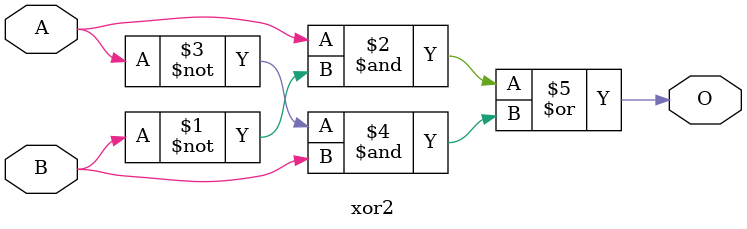
<source format=v>
module xor2 (
  A,
  B,
  O
);

input A;
input B;
output O;

assign O = ( ( A &  ~ (  B ) ) | ( ~ (  A ) & B ) ) ;

endmodule

</source>
